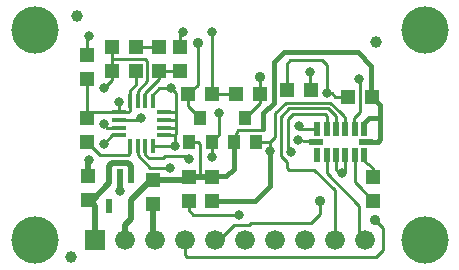
<source format=gbr>
G04 EAGLE Gerber RS-274X export*
G75*
%MOMM*%
%FSLAX34Y34*%
%LPD*%
%INTop Copper*%
%IPPOS*%
%AMOC8*
5,1,8,0,0,1.08239X$1,22.5*%
G01*
%ADD10R,1.200000X0.300000*%
%ADD11R,0.300000X1.200000*%
%ADD12R,0.500000X1.200000*%
%ADD13R,1.200000X0.500000*%
%ADD14R,1.300000X1.200000*%
%ADD15R,1.200000X1.300000*%
%ADD16R,0.550000X1.200000*%
%ADD17R,1.000000X1.200000*%
%ADD18R,1.676400X1.676400*%
%ADD19C,1.676400*%
%ADD20C,1.000000*%
%ADD21C,4.000000*%
%ADD22C,0.250000*%
%ADD23C,0.806400*%
%ADD24C,0.500000*%
%ADD25C,0.406400*%
%ADD26C,0.254000*%
%ADD27C,0.906400*%


D10*
X-93620Y19180D03*
X-93620Y12680D03*
X-93620Y6180D03*
X-93620Y-320D03*
D11*
X-84370Y-9570D03*
X-77870Y-9570D03*
X-71370Y-9570D03*
X-64870Y-9570D03*
D10*
X-55620Y-320D03*
X-55620Y6180D03*
X-55620Y12680D03*
X-55620Y19180D03*
D11*
X-64870Y28430D03*
X-71370Y28430D03*
X-77870Y28430D03*
X-84370Y28430D03*
D12*
X74110Y5430D03*
X82110Y5430D03*
X90110Y5430D03*
X98110Y5430D03*
X106110Y5430D03*
X114110Y5430D03*
D13*
X115110Y-5570D03*
D12*
X114110Y-16570D03*
X106110Y-16570D03*
X98110Y-16570D03*
X90110Y-16570D03*
X82110Y-16570D03*
X74110Y-16570D03*
D13*
X73110Y-5570D03*
D14*
X-120620Y14590D03*
X-120620Y-5730D03*
X-120620Y47270D03*
X-120620Y67590D03*
X-41620Y74590D03*
X-41620Y54270D03*
X-59620Y74590D03*
X-59620Y54270D03*
D15*
X-99780Y74430D03*
X-79460Y74430D03*
X-79460Y54430D03*
X-99780Y54430D03*
X120540Y32430D03*
X100220Y32430D03*
X68540Y38430D03*
X48220Y38430D03*
D14*
X121380Y-55730D03*
X121380Y-35410D03*
D16*
X-83120Y-34569D03*
X-92620Y-34569D03*
X-102120Y-34569D03*
X-102120Y-60571D03*
X-83120Y-60571D03*
D14*
X-64620Y-38410D03*
X-64620Y-58730D03*
X-119620Y-54730D03*
X-119620Y-34410D03*
X-34620Y-55730D03*
X-34620Y-35410D03*
X-14620Y-55730D03*
X-14620Y-35410D03*
D17*
X12840Y14430D03*
X22340Y-5570D03*
X3340Y-5570D03*
X-24620Y14430D03*
X-15120Y-5570D03*
X-34120Y-5570D03*
D15*
X25540Y34430D03*
X5220Y34430D03*
X-34780Y34430D03*
X-14460Y34430D03*
D18*
X-114300Y-88900D03*
D19*
X-88900Y-88900D03*
X-63500Y-88900D03*
X-38100Y-88900D03*
X-12700Y-88900D03*
X12700Y-88900D03*
X38100Y-88900D03*
X63500Y-88900D03*
X88900Y-88900D03*
X114300Y-88900D03*
D20*
X123680Y79030D03*
X-134620Y-103570D03*
D21*
X165100Y-88900D03*
X165100Y88900D03*
X-165100Y88900D03*
X-165100Y-88900D03*
D20*
X-129270Y100870D03*
D22*
X-84370Y-9570D02*
X-84370Y-15320D01*
X-85620Y-16570D01*
X-109780Y-16570D01*
X-120620Y-5730D01*
X-99370Y-320D02*
X-93620Y-320D01*
X-99370Y-320D02*
X-106620Y-7570D01*
D23*
X-106620Y-7570D03*
X-119120Y83430D03*
D22*
X-120620Y81930D02*
X-120620Y67590D01*
X-120620Y81930D02*
X-119120Y83430D01*
D24*
X-34620Y-35410D02*
X-24620Y-35410D01*
X-14620Y-35410D01*
D22*
X-84370Y28430D02*
X-84370Y37680D01*
X-79620Y42430D01*
X-79620Y51270D01*
X-79460Y54430D01*
D25*
X115110Y-5570D02*
X125380Y-5570D01*
X127380Y-3570D01*
X127380Y13970D01*
X127380Y25590D01*
X120540Y32430D01*
D24*
X-88520Y-76470D02*
X-88900Y-88900D01*
X-88520Y-76470D02*
X-83120Y-71070D01*
X-83120Y-60571D01*
X-66460Y-38410D02*
X-64620Y-38410D01*
X-66460Y-38410D02*
X-83120Y-55070D01*
X-83120Y-60571D01*
X-64620Y-38410D02*
X-37620Y-38410D01*
X-34620Y-35410D01*
D22*
X-34120Y-5570D02*
X-26620Y-5570D01*
X-24620Y-7570D01*
X-24620Y-35410D01*
X3340Y-5570D02*
X5880Y2930D01*
X7380Y4430D01*
X26570Y4430D01*
X28570Y5160D01*
D25*
X28570Y18620D01*
D22*
X120110Y32540D02*
X120540Y32430D01*
D25*
X120110Y32540D02*
X120110Y58210D01*
D22*
X-85870Y19180D02*
X-93620Y19180D01*
X-85870Y19180D02*
X-84370Y20680D01*
X-84370Y28430D01*
X-93620Y19180D02*
X-116030Y19180D01*
X-120620Y14590D01*
X-118620Y16590D01*
X-120620Y14590D02*
X-120620Y47270D01*
D25*
X28570Y18620D02*
X37380Y27430D01*
X37380Y61510D01*
X45720Y69850D01*
X108470Y69850D01*
X120110Y58210D01*
D23*
X-93980Y27940D03*
D26*
X-93980Y19540D01*
X-93620Y19180D01*
D25*
X114110Y9970D02*
X114110Y5430D01*
X114110Y9970D02*
X118110Y13970D01*
X127380Y13970D01*
X3340Y-5570D02*
X3340Y-28660D01*
X-3000Y-35000D01*
X-14210Y-35000D01*
X-14620Y-35410D01*
D22*
X-59780Y74430D02*
X-79460Y74430D01*
X-59780Y74430D02*
X-59620Y74590D01*
X-71370Y35680D02*
X-71370Y28430D01*
X-71370Y35680D02*
X-59620Y47430D01*
X-59620Y54270D01*
X-41620Y54270D01*
X57570Y-4300D02*
X73110Y-5570D01*
D23*
X57570Y-4300D03*
X95380Y-32570D03*
D22*
X90110Y-29840D02*
X90110Y-16570D01*
X90110Y-29840D02*
X95380Y-32570D01*
X98110Y-31110D02*
X98110Y-16570D01*
X98110Y-31110D02*
X95380Y-32570D01*
D23*
X-49620Y39430D03*
X-46120Y-9570D03*
D22*
X-46370Y-320D02*
X-55620Y-320D01*
X-46370Y-320D02*
X-45620Y430D01*
X-45620Y6430D01*
X-45620Y13430D01*
X-45620Y19430D01*
X-45620Y35430D01*
X-49620Y39430D01*
X-45870Y19180D02*
X-55620Y19180D01*
X-45870Y19180D02*
X-45620Y19430D01*
X-46370Y12680D02*
X-55620Y12680D01*
X-46370Y12680D02*
X-45620Y13430D01*
X-45870Y6180D02*
X-55620Y6180D01*
X-45870Y6180D02*
X-45620Y6430D01*
X-64870Y28430D02*
X-64870Y34180D01*
X-59620Y39430D01*
X-49620Y39430D01*
D23*
X-118620Y-21570D03*
D24*
X-64620Y-58730D02*
X-64620Y-89070D01*
X-63500Y-88900D01*
X-92620Y-47570D02*
X-92620Y-34569D01*
D23*
X-92620Y-47570D03*
D22*
X89380Y32430D02*
X100220Y32430D01*
X89380Y32430D02*
X86380Y35430D01*
X82380Y35430D01*
D23*
X82380Y35430D03*
D22*
X-99780Y46210D02*
X-99780Y54430D01*
X-99780Y46210D02*
X-106240Y39970D01*
D23*
X-106240Y39970D03*
D22*
X-99780Y54430D02*
X-99780Y64430D01*
X-99780Y74430D01*
D23*
X-39620Y87430D03*
D22*
X48220Y60270D02*
X48220Y38430D01*
X48220Y60270D02*
X51380Y63430D01*
X78380Y63430D01*
X82380Y59430D01*
X82380Y35430D01*
D24*
X-119620Y-22570D02*
X-119620Y-34410D01*
X-119620Y-22570D02*
X-118620Y-21570D01*
D22*
X-77870Y28430D02*
X-77870Y37180D01*
X-69620Y45430D01*
X-69620Y62430D01*
X-71620Y64430D01*
X-99780Y64430D01*
X-41620Y74590D02*
X-41620Y85430D01*
X-39620Y87430D01*
X-46120Y-9570D02*
X-64870Y-9570D01*
X-46370Y-9320D02*
X-46370Y-320D01*
X-46370Y-9320D02*
X-46120Y-9570D01*
X105410Y7620D02*
X106110Y5430D01*
X105410Y7620D02*
X105410Y13970D01*
X110490Y19050D01*
X110490Y46800D01*
X109920Y47370D01*
D23*
X109920Y47370D03*
D22*
X-76370Y12680D02*
X-93620Y12680D01*
X-76370Y12680D02*
X-74620Y14430D01*
D23*
X-74620Y14430D03*
X-8620Y18430D03*
D22*
X-8620Y930D01*
X-15120Y-5570D01*
X-15120Y-18070D01*
X-14620Y-18570D01*
D23*
X-14620Y-18570D03*
X7570Y-67760D03*
D22*
X-34620Y-63760D02*
X-34620Y-55730D01*
X-34620Y-63760D02*
X-30620Y-67760D01*
X7570Y-67760D01*
X98110Y5430D02*
X98110Y14620D01*
X96110Y16620D01*
X92380Y20430D01*
X38380Y-1570D02*
X34380Y-5570D01*
X22340Y-5570D01*
X85380Y27430D02*
X92380Y20430D01*
X85380Y27430D02*
X47380Y27430D01*
X38380Y18430D01*
X38380Y-1570D01*
X-93620Y6180D02*
X-103370Y6180D01*
X-106620Y9430D01*
D23*
X-106620Y9430D03*
X34030Y-13570D03*
D26*
X34380Y-12650D01*
X34380Y-5570D01*
D25*
X21300Y-55730D02*
X-14620Y-55730D01*
X21300Y-55730D02*
X34030Y-43000D01*
X34030Y-13570D01*
D22*
X60840Y5430D02*
X74110Y5430D01*
X60840Y5430D02*
X58840Y7430D01*
D23*
X58840Y7430D03*
X68380Y53430D03*
D22*
X68380Y38590D01*
X68540Y38430D01*
X106110Y-16570D02*
X106110Y-40140D01*
X110110Y-44140D01*
X121220Y-55570D01*
X121380Y-55730D01*
X112840Y-21570D02*
X114110Y-16570D01*
X112840Y-21570D02*
X121380Y-27570D01*
X121380Y-35410D01*
X5220Y34430D02*
X-14460Y34430D01*
D24*
X-113920Y-60430D02*
X-119620Y-54730D01*
X-115780Y-54730D01*
X-102120Y-41070D01*
X-102120Y-34569D01*
X-102120Y-26070D01*
X-99620Y-23570D01*
X-85620Y-23570D01*
X-83120Y-26070D01*
X-83120Y-34569D01*
D23*
X-14620Y87430D03*
D22*
X5380Y34590D02*
X5220Y34430D01*
D24*
X-113920Y-60430D02*
X-114300Y-88900D01*
D26*
X-14620Y34590D02*
X-14620Y87430D01*
X-14620Y34590D02*
X-14460Y34430D01*
D22*
X25540Y34430D02*
X25540Y27130D01*
X12840Y14430D01*
D27*
X25380Y49430D03*
D22*
X25380Y34590D01*
X25540Y34430D01*
D26*
X-8890Y-88900D02*
X-12700Y-88900D01*
X-8890Y-88900D02*
X3810Y-76200D01*
X16510Y-76200D01*
X17780Y-74930D01*
X68580Y-74930D01*
X76200Y-67310D01*
X76200Y-55880D01*
D27*
X76200Y-55880D03*
D22*
X-34780Y24590D02*
X-34780Y34430D01*
X-34780Y24590D02*
X-24620Y14430D01*
X-38100Y-88900D02*
X-37720Y-101390D01*
X-35620Y-103490D01*
X123570Y-103490D01*
X129570Y-97490D01*
X129570Y-78770D01*
X123190Y-72390D01*
X123220Y-72380D01*
D27*
X123220Y-72380D03*
X-26620Y77430D03*
D22*
X-26620Y42590D01*
X-34780Y34430D01*
X-71370Y-9570D02*
X-71370Y-16820D01*
X-68620Y-19570D01*
X-56620Y-19570D01*
X-54620Y-17570D01*
X-37620Y-17570D01*
X-34620Y-20570D01*
D23*
X-34620Y-20570D03*
D22*
X90110Y5430D02*
X90110Y15700D01*
X83380Y22430D01*
X50030Y22430D01*
X43180Y15580D01*
X43180Y-17780D01*
X48260Y-22860D01*
X48260Y-26670D01*
X48380Y-27650D01*
X50300Y-29570D02*
X71840Y-29570D01*
X50300Y-29570D02*
X48380Y-27650D01*
D26*
X71840Y-29570D02*
X88900Y-46630D01*
X88900Y-88900D01*
D22*
X82110Y5430D02*
X82110Y15970D01*
X80650Y17430D01*
X53300Y17430D01*
X49570Y13700D01*
X49570Y-13110D01*
X51220Y-13490D01*
X52220Y-14760D01*
D23*
X52220Y-14760D03*
D22*
X114300Y-88900D02*
X114380Y-90270D01*
X109380Y-85270D02*
X109380Y-84570D01*
X109380Y-85270D02*
X114300Y-88900D01*
D26*
X82110Y-32580D02*
X82110Y-16570D01*
X82110Y-32580D02*
X109380Y-59850D01*
X109380Y-84570D01*
D22*
X-67620Y-27570D02*
X-77870Y-17320D01*
X-67620Y-27570D02*
X-50620Y-27570D01*
D23*
X-50620Y-27570D03*
D26*
X-77870Y-17320D02*
X-77870Y-9570D01*
M02*

</source>
